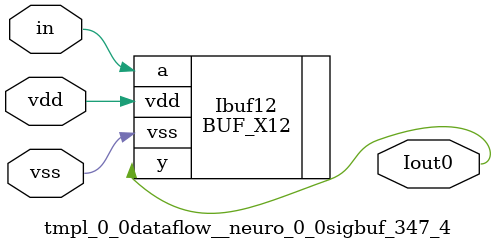
<source format=v>
module tmpl_0_0dataflow__neuro_0_0sigbuf_347_4(in, Iout0 , vdd, vss); 
   input vdd;
   input vss;
   input in;
   

// -- signals ---
   wire in;
   output Iout0 ;

// --- instances
BUF_X12 Ibuf12  (.y(Iout0 ), .a(in), .vdd(vdd), .vss(vss));
endmodule
</source>
